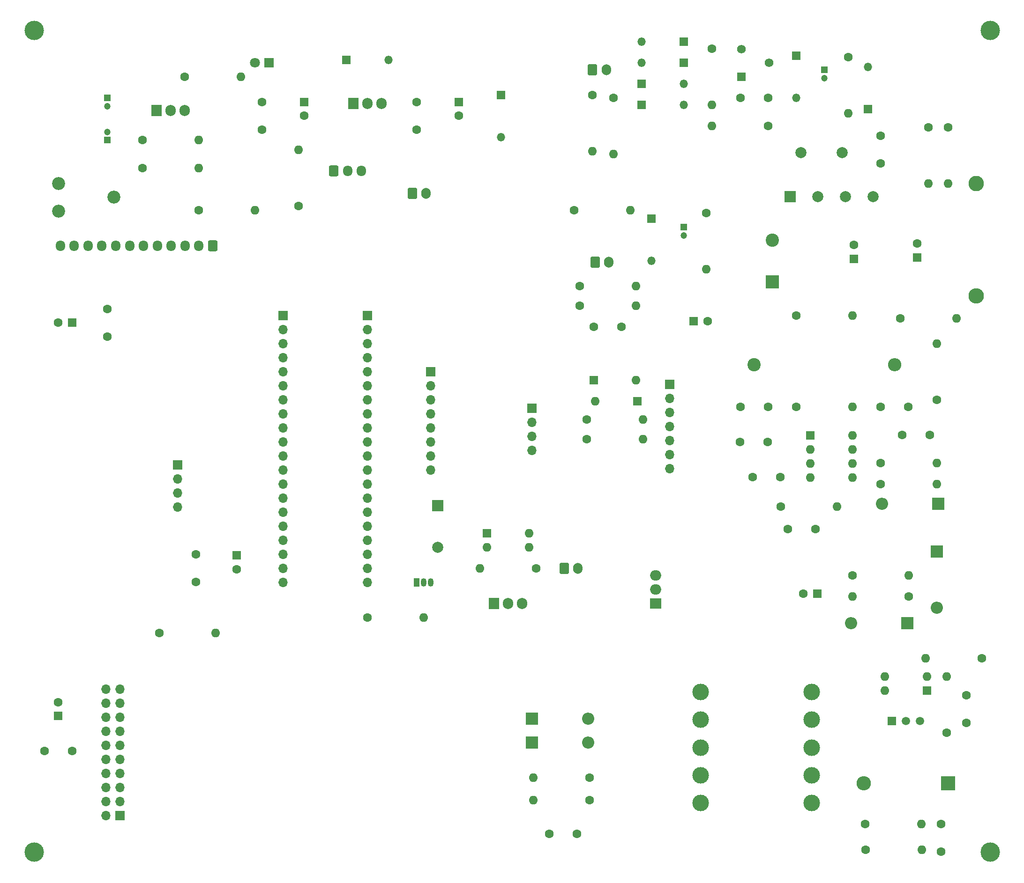
<source format=gbr>
%TF.GenerationSoftware,KiCad,Pcbnew,(6.99.0-1031-g46d719ed42)*%
%TF.CreationDate,2022-04-15T23:36:10+01:00*%
%TF.ProjectId,EnAcess PCB,456e4163-6573-4732-9050-43422e6b6963,rev?*%
%TF.SameCoordinates,Original*%
%TF.FileFunction,Soldermask,Top*%
%TF.FilePolarity,Negative*%
%FSLAX46Y46*%
G04 Gerber Fmt 4.6, Leading zero omitted, Abs format (unit mm)*
G04 Created by KiCad (PCBNEW (6.99.0-1031-g46d719ed42)) date 2022-04-15 23:36:10*
%MOMM*%
%LPD*%
G01*
G04 APERTURE LIST*
G04 Aperture macros list*
%AMRoundRect*
0 Rectangle with rounded corners*
0 $1 Rounding radius*
0 $2 $3 $4 $5 $6 $7 $8 $9 X,Y pos of 4 corners*
0 Add a 4 corners polygon primitive as box body*
4,1,4,$2,$3,$4,$5,$6,$7,$8,$9,$2,$3,0*
0 Add four circle primitives for the rounded corners*
1,1,$1+$1,$2,$3*
1,1,$1+$1,$4,$5*
1,1,$1+$1,$6,$7*
1,1,$1+$1,$8,$9*
0 Add four rect primitives between the rounded corners*
20,1,$1+$1,$2,$3,$4,$5,0*
20,1,$1+$1,$4,$5,$6,$7,0*
20,1,$1+$1,$6,$7,$8,$9,0*
20,1,$1+$1,$8,$9,$2,$3,0*%
G04 Aperture macros list end*
%ADD10C,1.600000*%
%ADD11O,1.600000X1.600000*%
%ADD12R,1.600000X1.600000*%
%ADD13R,1.200000X1.200000*%
%ADD14C,1.200000*%
%ADD15R,1.700000X1.700000*%
%ADD16O,1.700000X1.700000*%
%ADD17C,3.500000*%
%ADD18R,2.000000X1.905000*%
%ADD19O,2.000000X1.905000*%
%ADD20R,1.500000X1.500000*%
%ADD21C,1.500000*%
%ADD22R,1.050000X1.500000*%
%ADD23O,1.050000X1.500000*%
%ADD24C,2.340000*%
%ADD25RoundRect,0.250000X0.600000X0.725000X-0.600000X0.725000X-0.600000X-0.725000X0.600000X-0.725000X0*%
%ADD26O,1.700000X1.950000*%
%ADD27C,3.000000*%
%ADD28O,1.500000X1.500000*%
%ADD29R,2.200000X2.200000*%
%ADD30O,2.200000X2.200000*%
%ADD31RoundRect,0.250000X-0.600000X-0.750000X0.600000X-0.750000X0.600000X0.750000X-0.600000X0.750000X0*%
%ADD32O,1.700000X2.000000*%
%ADD33C,2.000000*%
%ADD34R,1.560000X1.560000*%
%ADD35C,1.560000*%
%ADD36R,1.905000X2.000000*%
%ADD37O,1.905000X2.000000*%
%ADD38C,2.800000*%
%ADD39O,2.800000X2.800000*%
%ADD40R,1.800000X1.800000*%
%ADD41C,1.800000*%
%ADD42C,2.400000*%
%ADD43O,2.400000X2.400000*%
%ADD44RoundRect,0.250000X-0.600000X-0.725000X0.600000X-0.725000X0.600000X0.725000X-0.600000X0.725000X0*%
%ADD45R,2.000000X2.000000*%
%ADD46R,2.400000X2.400000*%
%ADD47R,2.600000X2.600000*%
%ADD48O,2.600000X2.600000*%
G04 APERTURE END LIST*
D10*
%TO.C,R31*%
X156718000Y-87122000D03*
D11*
X166877999Y-87121999D03*
%TD*%
D10*
%TO.C,C15*%
X25908000Y-149352000D03*
X20908000Y-149352000D03*
%TD*%
%TO.C,R24*%
X184150000Y-36576000D03*
D11*
X184149999Y-46735999D03*
%TD*%
D12*
%TO.C,C20*%
X67817999Y-31932999D03*
D10*
X67818000Y-34433000D03*
%TD*%
D13*
%TO.C,C2*%
X136397999Y-54609999D03*
D14*
X136398000Y-56110000D03*
%TD*%
D15*
%TO.C,J6*%
X64002999Y-70616999D03*
D16*
X64002999Y-73156999D03*
X64002999Y-75696999D03*
X64002999Y-78236999D03*
X64002999Y-80776999D03*
X64002999Y-83316999D03*
X64002999Y-85856999D03*
X64002999Y-88396999D03*
X64002999Y-90936999D03*
X64002999Y-93476999D03*
X64002999Y-96016999D03*
X64002999Y-98556999D03*
X64002999Y-101096999D03*
X64002999Y-103636999D03*
X64002999Y-106176999D03*
X64002999Y-108716999D03*
X64002999Y-111256999D03*
X64002999Y-113796999D03*
X64002999Y-116336999D03*
X64002999Y-118876999D03*
%TD*%
D17*
%TO.C,REF\u002A\u002A*%
X191770000Y-167640000D03*
%TD*%
D12*
%TO.C,C26*%
X160527999Y-120903999D03*
D10*
X158028000Y-120904000D03*
%TD*%
%TO.C,R5*%
X141478000Y-22352000D03*
D11*
X141477999Y-32511999D03*
%TD*%
D10*
%TO.C,C8*%
X60198000Y-31933000D03*
X60198000Y-36933000D03*
%TD*%
%TO.C,TH1*%
X171958000Y-38100000D03*
X171958000Y-43100000D03*
%TD*%
D18*
%TO.C,Q3*%
X131317999Y-122681999D03*
D19*
X131317999Y-120141999D03*
X131317999Y-117601999D03*
%TD*%
D10*
%TO.C,R16*%
X140462000Y-52070000D03*
D11*
X140461999Y-62229999D03*
%TD*%
D10*
%TO.C,R11*%
X109728000Y-116332000D03*
D11*
X99567999Y-116331999D03*
%TD*%
D10*
%TO.C,R17*%
X66802000Y-50800000D03*
D11*
X66801999Y-40639999D03*
%TD*%
D20*
%TO.C,U6*%
X173989999Y-143869999D03*
D21*
X176530000Y-143870000D03*
X179070000Y-143870000D03*
%TD*%
D10*
%TO.C,C27*%
X117094000Y-164338000D03*
X112094000Y-164338000D03*
%TD*%
D15*
%TO.C,J1*%
X108965999Y-87375999D03*
D16*
X108965999Y-89915999D03*
X108965999Y-92455999D03*
X108965999Y-94995999D03*
%TD*%
D12*
%TO.C,D12*%
X128015999Y-86105999D03*
D11*
X120395999Y-86105999D03*
%TD*%
D22*
%TO.C,Q2*%
X88137999Y-118871999D03*
D23*
X89407999Y-118871999D03*
X90677999Y-118871999D03*
%TD*%
D10*
%TO.C,R23*%
X182118000Y-85852000D03*
D11*
X182117999Y-75691999D03*
%TD*%
D10*
%TO.C,R34*%
X118872000Y-89408000D03*
D11*
X129031999Y-89407999D03*
%TD*%
D24*
%TO.C,RV2*%
X23448000Y-51672000D03*
X33448000Y-49172000D03*
X23448000Y-46672000D03*
%TD*%
D12*
%TO.C,C5*%
X25907999Y-71881999D03*
D10*
X23408000Y-71882000D03*
%TD*%
D25*
%TO.C,J2*%
X51308000Y-57919500D03*
D26*
X48807999Y-57919499D03*
X46307999Y-57919499D03*
X43807999Y-57919499D03*
X41307999Y-57919499D03*
X38807999Y-57919499D03*
X36307999Y-57919499D03*
X33807999Y-57919499D03*
X31307999Y-57919499D03*
X28807999Y-57919499D03*
X26307999Y-57919499D03*
X23807999Y-57919499D03*
%TD*%
D27*
%TO.C,TR1*%
X159512000Y-138684000D03*
X159512000Y-143684000D03*
X159512000Y-148684000D03*
X159512000Y-153684000D03*
X159512000Y-158684000D03*
X139512000Y-158684000D03*
X139512000Y-153684000D03*
X139512000Y-148684000D03*
X139512000Y-143684000D03*
X139512000Y-138684000D03*
%TD*%
D10*
%TO.C,C12*%
X151638000Y-31242000D03*
X146638000Y-31242000D03*
%TD*%
%TO.C,R27*%
X156718000Y-70612000D03*
D11*
X166877999Y-70611999D03*
%TD*%
D10*
%TO.C,R37*%
X169242000Y-167146000D03*
D11*
X179401999Y-167145999D03*
%TD*%
D20*
%TO.C,D4*%
X169671999Y-33278999D03*
D28*
X169671999Y-25658999D03*
%TD*%
D12*
%TO.C,C31*%
X138240887Y-71627999D03*
D10*
X140740888Y-71628000D03*
%TD*%
D13*
%TO.C,C21*%
X32257999Y-38861999D03*
D14*
X32258000Y-37362000D03*
%TD*%
D12*
%TO.C,C4*%
X95757999Y-31932999D03*
D10*
X95758000Y-34433000D03*
%TD*%
%TO.C,C23*%
X175848000Y-92202000D03*
X180848000Y-92202000D03*
%TD*%
%TO.C,R19*%
X180594000Y-36576000D03*
D11*
X180593999Y-46735999D03*
%TD*%
D29*
%TO.C,D14*%
X176783999Y-126237999D03*
D30*
X166623999Y-126237999D03*
%TD*%
D15*
%TO.C,J12*%
X44957999Y-97545999D03*
D16*
X44957999Y-100085999D03*
X44957999Y-102625999D03*
X44957999Y-105165999D03*
%TD*%
D29*
%TO.C,D16*%
X108965999Y-143509999D03*
D30*
X119125999Y-143509999D03*
%TD*%
D10*
%TO.C,R36*%
X190246000Y-132588000D03*
D11*
X180085999Y-132587999D03*
%TD*%
D13*
%TO.C,C29*%
X161797999Y-26161999D03*
D14*
X161798000Y-27662000D03*
%TD*%
D31*
%TO.C,J8*%
X119928000Y-26162000D03*
D32*
X122427999Y-26161999D03*
%TD*%
D33*
%TO.C,C10*%
X165060000Y-41148000D03*
X157560000Y-41148000D03*
%TD*%
D10*
%TO.C,R28*%
X171958000Y-101092000D03*
D11*
X182117999Y-101091999D03*
%TD*%
D20*
%TO.C,D2*%
X75432999Y-24312999D03*
D28*
X83052999Y-24312999D03*
%TD*%
D20*
%TO.C,D7*%
X136397999Y-24891999D03*
D28*
X128777999Y-24891999D03*
%TD*%
D10*
%TO.C,R33*%
X183896000Y-146050000D03*
D11*
X183895999Y-135889999D03*
%TD*%
D34*
%TO.C,RV1*%
X146857999Y-27391999D03*
D35*
X151858000Y-24892000D03*
X146858000Y-22392000D03*
%TD*%
D29*
%TO.C,D13*%
X182371999Y-104647999D03*
D30*
X172211999Y-104647999D03*
%TD*%
D31*
%TO.C,J10*%
X120416000Y-60952500D03*
D32*
X122915999Y-60952499D03*
%TD*%
D12*
%TO.C,U1*%
X159267999Y-92211999D03*
D11*
X159267999Y-94751999D03*
X159267999Y-97291999D03*
X159267999Y-99831999D03*
X166887999Y-99831999D03*
X166887999Y-97291999D03*
X166887999Y-94751999D03*
X166887999Y-92211999D03*
%TD*%
D20*
%TO.C,D3*%
X130555999Y-53085999D03*
D28*
X130555999Y-60705999D03*
%TD*%
D10*
%TO.C,R1*%
X79248000Y-125222000D03*
D11*
X89407999Y-125221999D03*
%TD*%
D10*
%TO.C,C11*%
X48260000Y-113792000D03*
X48260000Y-118792000D03*
%TD*%
D17*
%TO.C,REF\u002A\u002A*%
X191770000Y-19050000D03*
%TD*%
D10*
%TO.C,R8*%
X119888000Y-30734000D03*
D11*
X119887999Y-40893999D03*
%TD*%
D10*
%TO.C,R29*%
X171958000Y-97282000D03*
D11*
X182117999Y-97281999D03*
%TD*%
D10*
%TO.C,R20*%
X119380000Y-158242000D03*
D11*
X109219999Y-158241999D03*
%TD*%
D10*
%TO.C,R9*%
X166116000Y-23876000D03*
D11*
X166115999Y-34035999D03*
%TD*%
D36*
%TO.C,Q1*%
X102107999Y-122681999D03*
D37*
X104647999Y-122681999D03*
X107187999Y-122681999D03*
%TD*%
D31*
%TO.C,J7*%
X114828000Y-116324500D03*
D32*
X117327999Y-116324499D03*
%TD*%
D38*
%TO.C,R18*%
X189230000Y-46736000D03*
D39*
X189229999Y-67055999D03*
%TD*%
D40*
%TO.C,D1*%
X61467999Y-24891999D03*
D41*
X58928000Y-24892000D03*
%TD*%
D10*
%TO.C,R6*%
X116586000Y-51562000D03*
D11*
X126745999Y-51561999D03*
%TD*%
D10*
%TO.C,R3*%
X46228000Y-27432000D03*
D11*
X56387999Y-27431999D03*
%TD*%
D12*
%TO.C,C3*%
X23367999Y-143001999D03*
D10*
X23368000Y-140502000D03*
%TD*%
D20*
%TO.C,D9*%
X128772999Y-28701999D03*
D28*
X136392999Y-28701999D03*
%TD*%
D15*
%TO.C,J11*%
X133857999Y-83057999D03*
D16*
X133857999Y-85597999D03*
X133857999Y-88137999D03*
X133857999Y-90677999D03*
X133857999Y-93217999D03*
X133857999Y-95757999D03*
X133857999Y-98297999D03*
%TD*%
D10*
%TO.C,C22*%
X155234000Y-109220000D03*
X160234000Y-109220000D03*
%TD*%
D42*
%TO.C,R30*%
X149098000Y-79502000D03*
D43*
X174497999Y-79501999D03*
%TD*%
D29*
%TO.C,D17*%
X182117999Y-113283999D03*
D30*
X182117999Y-123443999D03*
%TD*%
D10*
%TO.C,R4*%
X41656000Y-128016000D03*
D11*
X51815999Y-128015999D03*
%TD*%
D17*
%TO.C,REF\u002A\u002A*%
X19050000Y-19050000D03*
%TD*%
D12*
%TO.C,U4*%
X180329999Y-138434999D03*
D11*
X180329999Y-135894999D03*
X172709999Y-135894999D03*
X172709999Y-138434999D03*
%TD*%
D36*
%TO.C,U5*%
X41147999Y-33456999D03*
D37*
X43687999Y-33456999D03*
X46227999Y-33456999D03*
%TD*%
D10*
%TO.C,R15*%
X117602000Y-68834000D03*
D11*
X127761999Y-68833999D03*
%TD*%
D10*
%TO.C,R32*%
X153924000Y-105156000D03*
D11*
X164083999Y-105155999D03*
%TD*%
D20*
%TO.C,D10*%
X136392999Y-21081999D03*
D28*
X128772999Y-21081999D03*
%TD*%
D10*
%TO.C,R14*%
X38608000Y-43942000D03*
D11*
X48767999Y-43941999D03*
%TD*%
D10*
%TO.C,C24*%
X146598000Y-93472000D03*
X151598000Y-93472000D03*
%TD*%
%TO.C,C17*%
X182880000Y-162560000D03*
X182880000Y-167560000D03*
%TD*%
D29*
%TO.C,D15*%
X108965999Y-147827999D03*
D30*
X119125999Y-147827999D03*
%TD*%
D10*
%TO.C,C25*%
X171998000Y-87122000D03*
X176998000Y-87122000D03*
%TD*%
%TO.C,R25*%
X166878000Y-117602000D03*
D11*
X177037999Y-117601999D03*
%TD*%
D44*
%TO.C,J9*%
X73192000Y-44404000D03*
D26*
X75691999Y-44403999D03*
X78191999Y-44403999D03*
%TD*%
D10*
%TO.C,R12*%
X117602000Y-65278000D03*
D11*
X127761999Y-65277999D03*
%TD*%
D12*
%TO.C,C30*%
X178561999Y-60045676D03*
D10*
X178562000Y-57545677D03*
%TD*%
D12*
%TO.C,U3*%
X100847999Y-109976999D03*
D11*
X100847999Y-112516999D03*
X108467999Y-112516999D03*
X108467999Y-109976999D03*
%TD*%
D10*
%TO.C,R26*%
X177038000Y-121412000D03*
D11*
X166877999Y-121411999D03*
%TD*%
D13*
%TO.C,C19*%
X32257999Y-31241999D03*
D14*
X32258000Y-32742000D03*
%TD*%
D17*
%TO.C,REF\u002A\u002A*%
X19050000Y-167640000D03*
%TD*%
D36*
%TO.C,U2*%
X76707999Y-32186999D03*
D37*
X79247999Y-32186999D03*
X81787999Y-32186999D03*
%TD*%
D20*
%TO.C,D6*%
X103377999Y-30657999D03*
D28*
X103377999Y-38277999D03*
%TD*%
D15*
%TO.C,J4*%
X34543999Y-161035999D03*
D16*
X32003999Y-161035999D03*
X34543999Y-158495999D03*
X32003999Y-158495999D03*
X34543999Y-155955999D03*
X32003999Y-155955999D03*
X34543999Y-153415999D03*
X32003999Y-153415999D03*
X34543999Y-150875999D03*
X32003999Y-150875999D03*
X34543999Y-148335999D03*
X32003999Y-148335999D03*
X34543999Y-145795999D03*
X32003999Y-145795999D03*
X34543999Y-143255999D03*
X32003999Y-143255999D03*
X34543999Y-140715999D03*
X32003999Y-140715999D03*
X34543999Y-138175999D03*
X32003999Y-138175999D03*
%TD*%
D20*
%TO.C,D5*%
X128767999Y-32511999D03*
D28*
X136387999Y-32511999D03*
%TD*%
D10*
%TO.C,R38*%
X169164000Y-162560000D03*
D11*
X179323999Y-162559999D03*
%TD*%
D12*
%TO.C,C6*%
X55625999Y-113944322D03*
D10*
X55626000Y-116444323D03*
%TD*%
D31*
%TO.C,J13*%
X87396000Y-48506500D03*
D32*
X89895999Y-48506499D03*
%TD*%
D45*
%TO.C,D11*%
X155610499Y-49039499D03*
D33*
X160610500Y-49039500D03*
X165610500Y-49039500D03*
X170610500Y-49039500D03*
%TD*%
D20*
%TO.C,D8*%
X156717999Y-23621999D03*
D28*
X156717999Y-31241999D03*
%TD*%
D10*
%TO.C,C14*%
X88138000Y-31933000D03*
X88138000Y-36933000D03*
%TD*%
%TO.C,C18*%
X148884000Y-99822000D03*
X153884000Y-99822000D03*
%TD*%
D15*
%TO.C,J3*%
X90677999Y-80771999D03*
D16*
X90677999Y-83311999D03*
X90677999Y-85851999D03*
X90677999Y-88391999D03*
X90677999Y-90931999D03*
X90677999Y-93471999D03*
X90677999Y-96011999D03*
X90677999Y-98551999D03*
%TD*%
D12*
%TO.C,D18*%
X120141999Y-82295999D03*
D11*
X127761999Y-82295999D03*
%TD*%
D10*
%TO.C,R35*%
X118872000Y-92964000D03*
D11*
X129031999Y-92963999D03*
%TD*%
D10*
%TO.C,C13*%
X32258000Y-74382000D03*
X32258000Y-69382000D03*
%TD*%
D46*
%TO.C,C9*%
X152399999Y-64455266D03*
D42*
X152400000Y-56955267D03*
%TD*%
D10*
%TO.C,R2*%
X48768000Y-51562000D03*
D11*
X58927999Y-51561999D03*
%TD*%
D10*
%TO.C,R13*%
X38608000Y-38862000D03*
D11*
X48767999Y-38861999D03*
%TD*%
D10*
%TO.C,C7*%
X187452000Y-144232000D03*
X187452000Y-139232000D03*
%TD*%
%TO.C,C16*%
X146638000Y-87122000D03*
X151638000Y-87122000D03*
%TD*%
%TO.C,R21*%
X119380000Y-154178000D03*
D11*
X109219999Y-154177999D03*
%TD*%
D45*
%TO.C,BZ1*%
X91947999Y-104911999D03*
D33*
X91948000Y-112512000D03*
%TD*%
D10*
%TO.C,R22*%
X175514000Y-71120000D03*
D11*
X185673999Y-71119999D03*
%TD*%
D10*
%TO.C,C1*%
X120142000Y-72644000D03*
X125142000Y-72644000D03*
%TD*%
%TO.C,R10*%
X151638000Y-36322000D03*
D11*
X141477999Y-36321999D03*
%TD*%
D10*
%TO.C,R7*%
X123698000Y-31242000D03*
D11*
X123697999Y-41401999D03*
%TD*%
D47*
%TO.C,D19*%
X184149999Y-155193999D03*
D48*
X168909999Y-155193999D03*
%TD*%
D12*
%TO.C,C28*%
X167131999Y-60299676D03*
D10*
X167132000Y-57799677D03*
%TD*%
D15*
%TO.C,J5*%
X79242999Y-70616999D03*
D16*
X79242999Y-73156999D03*
X79242999Y-75696999D03*
X79242999Y-78236999D03*
X79242999Y-80776999D03*
X79242999Y-83316999D03*
X79242999Y-85856999D03*
X79242999Y-88396999D03*
X79242999Y-90936999D03*
X79242999Y-93476999D03*
X79242999Y-96016999D03*
X79242999Y-98556999D03*
X79242999Y-101096999D03*
X79242999Y-103636999D03*
X79242999Y-106176999D03*
X79242999Y-108716999D03*
X79242999Y-111256999D03*
X79242999Y-113796999D03*
X79242999Y-116336999D03*
X79242999Y-118876999D03*
%TD*%
M02*

</source>
